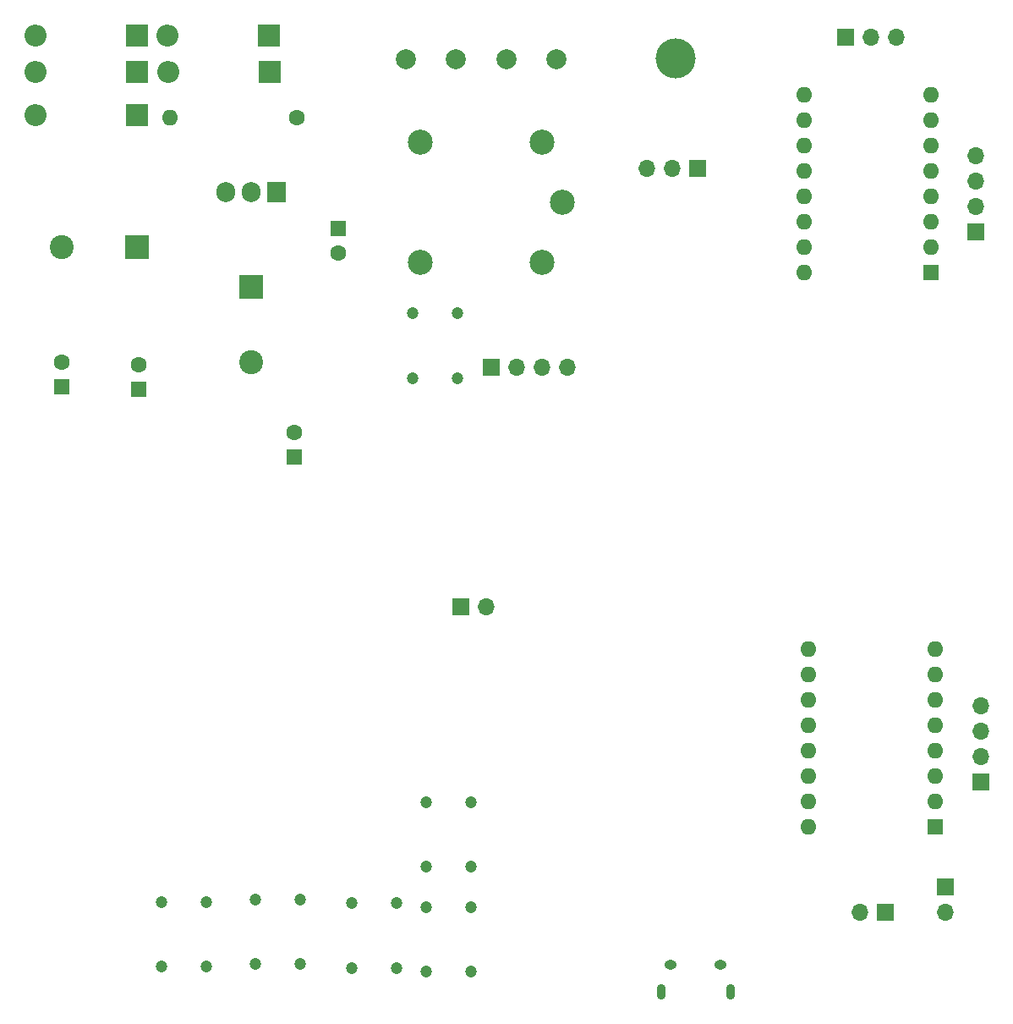
<source format=gbr>
%TF.GenerationSoftware,KiCad,Pcbnew,(5.1.2)-1*%
%TF.CreationDate,2022-02-23T12:59:25-06:00*%
%TF.ProjectId,final project circ 1,66696e61-6c20-4707-926f-6a6563742063,rev?*%
%TF.SameCoordinates,Original*%
%TF.FileFunction,Soldermask,Bot*%
%TF.FilePolarity,Negative*%
%FSLAX46Y46*%
G04 Gerber Fmt 4.6, Leading zero omitted, Abs format (unit mm)*
G04 Created by KiCad (PCBNEW (5.1.2)-1) date 2022-02-23 12:59:25*
%MOMM*%
%LPD*%
G04 APERTURE LIST*
%ADD10C,4.000500*%
%ADD11C,1.600000*%
%ADD12R,1.600000X1.600000*%
%ADD13C,1.200000*%
%ADD14C,2.000000*%
%ADD15C,2.400000*%
%ADD16R,2.400000X2.400000*%
%ADD17C,2.500000*%
%ADD18O,1.600000X1.600000*%
%ADD19O,2.200000X2.200000*%
%ADD20R,2.200000X2.200000*%
%ADD21O,1.250000X0.950000*%
%ADD22O,0.890000X1.550000*%
%ADD23R,1.700000X1.700000*%
%ADD24O,1.700000X1.700000*%
%ADD25R,1.905000X2.000000*%
%ADD26O,1.905000X2.000000*%
G04 APERTURE END LIST*
D10*
%TO.C,G1*%
X161400000Y-57200000D03*
%TD*%
D11*
%TO.C,C13*%
X127600000Y-76700000D03*
D12*
X127600000Y-74200000D03*
%TD*%
D13*
%TO.C,J11*%
X139500000Y-82700000D03*
X135000000Y-82700000D03*
X139500000Y-89200000D03*
X135000000Y-89200000D03*
%TD*%
D14*
%TO.C,B1*%
X149400000Y-57300000D03*
X144400000Y-57300000D03*
X139400000Y-57300000D03*
X134400000Y-57300000D03*
%TD*%
D15*
%TO.C,C12*%
X118900000Y-87600000D03*
D16*
X118900000Y-80100000D03*
%TD*%
D17*
%TO.C,U7*%
X150000000Y-71600000D03*
X148000000Y-77600000D03*
X148000000Y-65600000D03*
X135800000Y-65600000D03*
X135800000Y-77600000D03*
%TD*%
D12*
%TO.C,A1*%
X187400000Y-134100000D03*
D18*
X174700000Y-116320000D03*
X187400000Y-131560000D03*
X174700000Y-118860000D03*
X187400000Y-129020000D03*
X174700000Y-121400000D03*
X187400000Y-126480000D03*
X174700000Y-123940000D03*
X187400000Y-123940000D03*
X174700000Y-126480000D03*
X187400000Y-121400000D03*
X174700000Y-129020000D03*
X187400000Y-118860000D03*
X174700000Y-131560000D03*
X187400000Y-116320000D03*
X174700000Y-134100000D03*
%TD*%
%TO.C,A2*%
X174200000Y-78600000D03*
X186900000Y-60820000D03*
X174200000Y-76060000D03*
X186900000Y-63360000D03*
X174200000Y-73520000D03*
X186900000Y-65900000D03*
X174200000Y-70980000D03*
X186900000Y-68440000D03*
X174200000Y-68440000D03*
X186900000Y-70980000D03*
X174200000Y-65900000D03*
X186900000Y-73520000D03*
X174200000Y-63360000D03*
X186900000Y-76060000D03*
X174200000Y-60820000D03*
D12*
X186900000Y-78600000D03*
%TD*%
D11*
%TO.C,C8*%
X99900000Y-87600000D03*
D12*
X99900000Y-90100000D03*
%TD*%
%TO.C,C9*%
X123150000Y-97100000D03*
D11*
X123150000Y-94600000D03*
%TD*%
%TO.C,C10*%
X107650000Y-87850000D03*
D12*
X107650000Y-90350000D03*
%TD*%
D15*
%TO.C,C11*%
X99900000Y-76100000D03*
D16*
X107400000Y-76100000D03*
%TD*%
D19*
%TO.C,D1*%
X97240000Y-58600000D03*
D20*
X107400000Y-58600000D03*
%TD*%
%TO.C,D2*%
X107400000Y-54900000D03*
D19*
X97240000Y-54900000D03*
%TD*%
%TO.C,D3*%
X110540000Y-58600000D03*
D20*
X120700000Y-58600000D03*
%TD*%
%TO.C,D4*%
X120650000Y-54900000D03*
D19*
X110490000Y-54900000D03*
%TD*%
D20*
%TO.C,D5*%
X107400000Y-62850000D03*
D19*
X97240000Y-62850000D03*
%TD*%
D21*
%TO.C,J1*%
X160900000Y-147900000D03*
X165900000Y-147900000D03*
D22*
X159900000Y-150600000D03*
X166900000Y-150600000D03*
%TD*%
D23*
%TO.C,J3*%
X191900000Y-129600000D03*
D24*
X191900000Y-127060000D03*
X191900000Y-124520000D03*
X191900000Y-121980000D03*
%TD*%
%TO.C,J4*%
X191400000Y-66980000D03*
X191400000Y-69520000D03*
X191400000Y-72060000D03*
D23*
X191400000Y-74600000D03*
%TD*%
D24*
%TO.C,J5*%
X183440000Y-55100000D03*
D23*
X178360000Y-55100000D03*
D24*
X180900000Y-55100000D03*
%TD*%
%TO.C,J6*%
X161000000Y-68200000D03*
D23*
X163540000Y-68200000D03*
D24*
X158460000Y-68200000D03*
%TD*%
D23*
%TO.C,J7*%
X142900000Y-88100000D03*
D24*
X145440000Y-88100000D03*
X147980000Y-88100000D03*
X150520000Y-88100000D03*
%TD*%
D13*
%TO.C,J8*%
X123810000Y-141330000D03*
X119310000Y-141330000D03*
X123810000Y-147830000D03*
X119310000Y-147830000D03*
%TD*%
%TO.C,J9*%
X136400000Y-138100000D03*
X140900000Y-138100000D03*
X136400000Y-131600000D03*
X140900000Y-131600000D03*
%TD*%
%TO.C,J10*%
X114400000Y-141600000D03*
X109900000Y-141600000D03*
X114400000Y-148100000D03*
X109900000Y-148100000D03*
%TD*%
D23*
%TO.C,PWM1*%
X188400000Y-140100000D03*
D24*
X188400000Y-142640000D03*
%TD*%
%TO.C,PWM2*%
X179860000Y-142600000D03*
D23*
X182400000Y-142600000D03*
%TD*%
D25*
%TO.C,Q6*%
X121400000Y-70600000D03*
D26*
X118860000Y-70600000D03*
X116320000Y-70600000D03*
%TD*%
D11*
%TO.C,R8*%
X123400000Y-63100000D03*
D18*
X110700000Y-63100000D03*
%TD*%
D13*
%TO.C,SW1*%
X133420000Y-141700000D03*
X128920000Y-141700000D03*
X133420000Y-148200000D03*
X128920000Y-148200000D03*
%TD*%
%TO.C,SW2*%
X136400000Y-148600000D03*
X140900000Y-148600000D03*
X136400000Y-142100000D03*
X140900000Y-142100000D03*
%TD*%
D23*
%TO.C,J12*%
X139900000Y-112100000D03*
D24*
X142440000Y-112100000D03*
%TD*%
M02*

</source>
